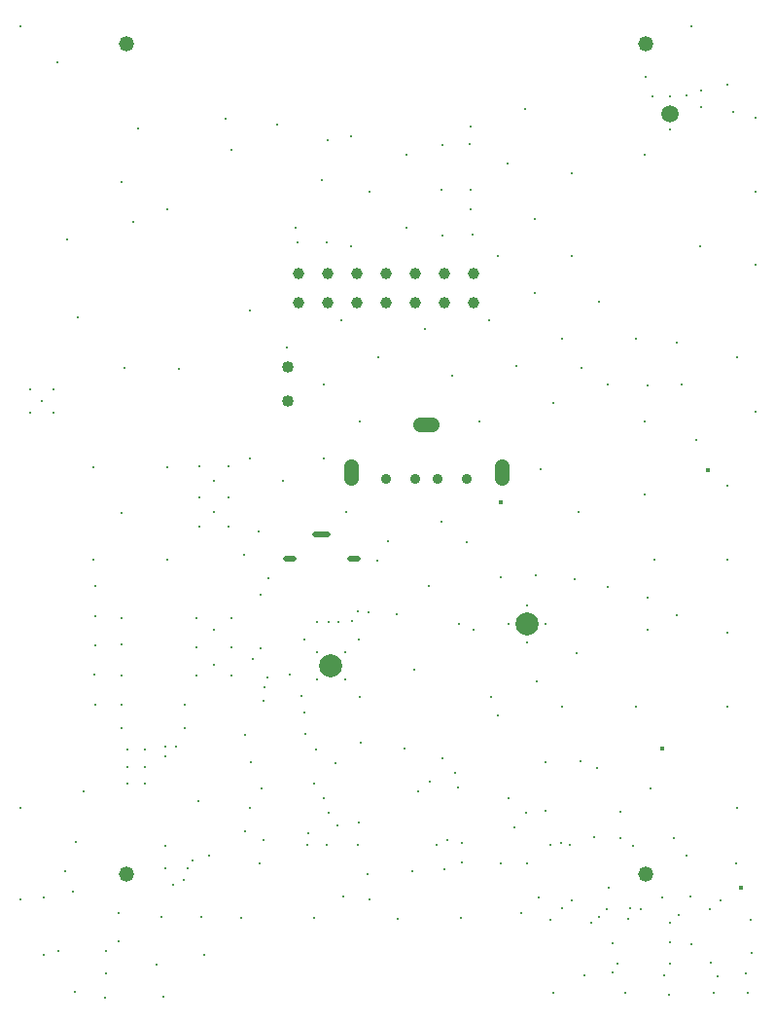
<source format=gbr>
%TF.GenerationSoftware,KiCad,Pcbnew,(5.1.6)-1*%
%TF.CreationDate,2022-04-22T11:55:32+02:00*%
%TF.ProjectId,ZumoComSystem,5a756d6f-436f-46d5-9379-7374656d2e6b,V1.0*%
%TF.SameCoordinates,Original*%
%TF.FileFunction,Plated,1,2,PTH,Mixed*%
%TF.FilePolarity,Positive*%
%FSLAX46Y46*%
G04 Gerber Fmt 4.6, Leading zero omitted, Abs format (unit mm)*
G04 Created by KiCad (PCBNEW (5.1.6)-1) date 2022-04-22 11:55:32*
%MOMM*%
%LPD*%
G01*
G04 APERTURE LIST*
%TA.AperFunction,ViaDrill*%
%ADD10C,0.300000*%
%TD*%
%TA.AperFunction,ViaDrill*%
%ADD11C,0.400000*%
%TD*%
G04 aperture for slot hole*
%TA.AperFunction,ComponentDrill*%
%ADD12C,0.500000*%
%TD*%
%TA.AperFunction,ComponentDrill*%
%ADD13C,0.900000*%
%TD*%
%TA.AperFunction,ComponentDrill*%
%ADD14C,1.000000*%
%TD*%
%TA.AperFunction,ComponentDrill*%
%ADD15C,1.020000*%
%TD*%
G04 aperture for slot hole*
%TA.AperFunction,ComponentDrill*%
%ADD16C,1.300000*%
%TD*%
%TA.AperFunction,ComponentDrill*%
%ADD17C,1.320000*%
%TD*%
%TA.AperFunction,ComponentDrill*%
%ADD18C,1.500000*%
%TD*%
%TA.AperFunction,ComponentDrill*%
%ADD19C,2.000000*%
%TD*%
G04 APERTURE END LIST*
D10*
X115141667Y-58947500D03*
X115141667Y-126947500D03*
X115141667Y-134947500D03*
X116000000Y-90600000D03*
X116000000Y-92600000D03*
X117000000Y-91600000D03*
X117200000Y-134800000D03*
X117200000Y-139800000D03*
X118000000Y-90600000D03*
X118000000Y-92600000D03*
X118341667Y-62147500D03*
X118430000Y-139410000D03*
X119025010Y-132497250D03*
X119250000Y-77500000D03*
X119750000Y-134250000D03*
X119941667Y-142947500D03*
X120000000Y-129900000D03*
X120130000Y-84300000D03*
X120700000Y-125500000D03*
X121541667Y-97347500D03*
X121541667Y-105347500D03*
X121600000Y-115400000D03*
X121700000Y-107700000D03*
X121700000Y-110300000D03*
X121700000Y-112800000D03*
X121700000Y-118000000D03*
X122500000Y-143500000D03*
X122600000Y-141400000D03*
X122617500Y-139392500D03*
X123680000Y-136150000D03*
X123700000Y-138600000D03*
X123941667Y-72547500D03*
X123941667Y-101347500D03*
X124000000Y-110500000D03*
X124000000Y-112750000D03*
X124000000Y-115500000D03*
X124000000Y-118000000D03*
X124000000Y-120000000D03*
X124250000Y-88710000D03*
X124500000Y-121900000D03*
X124500000Y-123400000D03*
X124500000Y-124900000D03*
X125000000Y-76000000D03*
X125420000Y-67890000D03*
X126000000Y-121900000D03*
X126000000Y-123400000D03*
X126000000Y-124900000D03*
X127000000Y-140600000D03*
X127400000Y-136500000D03*
X127600000Y-143400000D03*
X127749995Y-130249997D03*
X127750000Y-122500004D03*
X127750000Y-132250004D03*
X127780000Y-121650000D03*
X127941667Y-74947500D03*
X127941667Y-97347500D03*
X127941667Y-105347500D03*
X128463249Y-133674990D03*
X128699990Y-121654675D03*
X129000000Y-88820000D03*
X129400000Y-133200000D03*
X129500000Y-118000000D03*
X129500000Y-120000000D03*
X129700000Y-132200000D03*
X130150000Y-131520000D03*
X130500000Y-110500000D03*
X130500000Y-113000000D03*
X130500000Y-115500000D03*
X130650000Y-126390000D03*
X130750000Y-97250000D03*
X130750000Y-100000000D03*
X130750000Y-102500000D03*
X130900000Y-136500000D03*
X131141667Y-139747500D03*
X131563943Y-131140992D03*
X132000000Y-98500000D03*
X132000000Y-101250000D03*
X132000000Y-111500000D03*
X132000000Y-114500000D03*
X133000000Y-67000000D03*
X133250000Y-97250000D03*
X133250000Y-100000000D03*
X133250000Y-102500000D03*
X133500000Y-69750000D03*
X133500000Y-110500000D03*
X133500000Y-113000000D03*
X133500000Y-115500000D03*
X134341667Y-136547500D03*
X134600000Y-105000002D03*
X134700000Y-120600000D03*
X134750004Y-129000000D03*
X135141667Y-83747500D03*
X135141667Y-96547500D03*
X135141667Y-126947500D03*
X135250000Y-123000000D03*
X135420000Y-114030000D03*
X135941667Y-102947500D03*
X136020000Y-131830000D03*
X136049995Y-113050005D03*
X136100000Y-108400000D03*
X136150000Y-125320000D03*
X136300000Y-129750000D03*
X136325010Y-117700000D03*
X136400000Y-116500000D03*
X136700000Y-115600000D03*
X136750000Y-107000000D03*
X137500000Y-67500000D03*
X138000000Y-98500000D03*
X138341667Y-86947500D03*
X138574990Y-115400000D03*
X139141667Y-76547500D03*
X139300000Y-77800000D03*
X139600000Y-117200000D03*
X139900000Y-112300000D03*
X139900000Y-118700000D03*
X139941667Y-120547500D03*
X140174990Y-130225010D03*
X140200000Y-129200000D03*
X140730000Y-124840000D03*
X140741667Y-136547500D03*
X140900000Y-121900000D03*
X141000000Y-110800000D03*
X141000000Y-113400000D03*
X141000000Y-115800000D03*
X141400000Y-72330000D03*
X141541667Y-90147500D03*
X141541667Y-96547500D03*
X141600000Y-126100000D03*
X141800000Y-77800000D03*
X141800000Y-130200000D03*
X141900000Y-68900000D03*
X142000000Y-127400000D03*
X142025000Y-110800000D03*
X142600000Y-123100000D03*
X142800000Y-128500000D03*
X142875000Y-110800000D03*
X143141667Y-84547500D03*
X143300000Y-134700000D03*
X143400000Y-113400000D03*
X143400000Y-115800000D03*
X143500000Y-101250000D03*
X143941667Y-68547500D03*
X143941667Y-78147500D03*
X144000000Y-110700000D03*
X144500000Y-109900000D03*
X144560000Y-130170000D03*
X144600000Y-112300000D03*
X144620000Y-128250000D03*
X144741667Y-93347500D03*
X144741667Y-117347500D03*
X144800000Y-121300000D03*
X145400000Y-132700000D03*
X145500000Y-110000000D03*
X145541667Y-73347500D03*
X145541667Y-134947500D03*
X146249998Y-105499998D03*
X146341667Y-87747500D03*
X147141667Y-103747500D03*
X147941667Y-110147500D03*
X148000000Y-136600000D03*
X148620000Y-121800000D03*
X148741667Y-70147500D03*
X148741667Y-76547500D03*
X149310000Y-132520000D03*
X149441667Y-114947500D03*
X149749989Y-125550011D03*
X150341667Y-85347500D03*
X150700000Y-107700000D03*
X150800000Y-124699996D03*
X151400000Y-130200000D03*
X151800000Y-73200000D03*
X151841667Y-102047500D03*
X151900000Y-69300000D03*
X151900000Y-77200000D03*
X151900000Y-122700000D03*
X152060000Y-132310000D03*
X152300000Y-129799999D03*
X152741667Y-89347500D03*
X153000000Y-123900000D03*
X153240000Y-125240000D03*
X153380000Y-110989988D03*
X153541667Y-136547500D03*
X153580000Y-131750000D03*
X153630000Y-129990000D03*
X154000000Y-103900000D03*
X154300000Y-69200000D03*
X154341667Y-67747500D03*
X154341667Y-74947500D03*
X154400000Y-73200000D03*
X154500000Y-77100000D03*
X154600000Y-111500000D03*
X155141667Y-93347500D03*
X155941667Y-84547500D03*
X156099998Y-117300000D03*
X156741667Y-78947500D03*
X156741667Y-118947500D03*
X156980000Y-106880000D03*
X157000000Y-131800000D03*
X157541667Y-70947500D03*
X157700000Y-111000000D03*
X157700000Y-126100000D03*
X158180000Y-128640000D03*
X158341667Y-88547500D03*
X158800000Y-136100000D03*
X159141667Y-66147500D03*
X159180000Y-127390000D03*
X159300000Y-109400000D03*
X159300000Y-112600000D03*
X159300000Y-131800000D03*
X159941667Y-75747500D03*
X159941667Y-82147500D03*
X160000000Y-106700000D03*
X160110000Y-116000000D03*
X160300000Y-134800000D03*
X160500000Y-97500000D03*
X160900000Y-111000000D03*
X160900000Y-123000000D03*
X160900000Y-127200000D03*
X161300002Y-136700000D03*
X161300005Y-130200000D03*
X161541667Y-91747500D03*
X161600000Y-143100000D03*
X162200000Y-130000000D03*
X162299996Y-135700000D03*
X162341667Y-86147500D03*
X162341667Y-118147500D03*
X163000000Y-130200000D03*
X163141667Y-71747500D03*
X163141667Y-78947500D03*
X163200000Y-135000000D03*
X163400000Y-107100000D03*
X163600000Y-113500000D03*
X163800000Y-101200000D03*
X163941667Y-122947500D03*
X164000000Y-88700000D03*
X164250000Y-141500000D03*
X164834350Y-136943766D03*
X165100000Y-129500000D03*
X165380000Y-123480000D03*
X165500006Y-136499994D03*
X165541667Y-82947500D03*
X166250000Y-135750000D03*
X166341667Y-90147500D03*
X166341667Y-107747500D03*
X166400000Y-133900000D03*
X166735004Y-141275004D03*
X166749999Y-138750001D03*
X167141667Y-140547500D03*
X167400000Y-127300000D03*
X167400000Y-129600000D03*
X167800000Y-143100000D03*
X168100000Y-136600002D03*
X168280000Y-135730000D03*
X168500000Y-130300000D03*
X168741667Y-86147500D03*
X168741667Y-118147500D03*
X169200000Y-135800000D03*
X169541667Y-70147500D03*
X169541667Y-93347500D03*
X169541667Y-99747500D03*
X169600000Y-63400000D03*
X169750000Y-111500000D03*
X169800000Y-90200000D03*
X169800000Y-108700000D03*
X170040000Y-125310000D03*
X170200000Y-65100000D03*
X170341667Y-105347500D03*
X171000000Y-134800000D03*
X171250000Y-141500000D03*
X171600000Y-143200000D03*
X171700000Y-65100000D03*
X171700000Y-68000000D03*
X171700000Y-137000000D03*
X171700000Y-138700000D03*
X171760002Y-140530000D03*
X172054997Y-129579999D03*
X172300000Y-86500000D03*
X172300000Y-110200000D03*
X172500000Y-136250000D03*
X172741667Y-90147500D03*
X173200000Y-65040000D03*
X173200000Y-131100000D03*
X173500000Y-134700000D03*
X173541667Y-58947500D03*
X173600000Y-138800000D03*
X174000000Y-95000000D03*
X174341667Y-78147500D03*
X174400000Y-64600000D03*
X174400000Y-66000000D03*
X175200000Y-135800000D03*
X175262500Y-140462500D03*
X175500000Y-143100000D03*
X175900000Y-141600000D03*
X176150000Y-135000000D03*
X176741667Y-64100000D03*
X176741667Y-98947500D03*
X176741667Y-105347500D03*
X176741667Y-111747500D03*
X176741667Y-118147500D03*
X177200000Y-66400000D03*
X177470000Y-131840000D03*
X177541667Y-87747500D03*
X177541667Y-126947500D03*
X178341667Y-141347500D03*
X178500000Y-143100000D03*
X178739990Y-136750000D03*
X178799999Y-139600000D03*
X179141667Y-66947500D03*
X179141667Y-73347500D03*
X179141667Y-79747500D03*
X179141667Y-92547500D03*
D11*
X157000000Y-100400000D03*
X171040000Y-121830000D03*
X175000000Y-97600000D03*
X177900000Y-133899998D03*
D12*
%TO.C,J3*%
X138250000Y-105325000D02*
X138950000Y-105325000D01*
X140850000Y-103175000D02*
X141950000Y-103175000D01*
X143850000Y-105325000D02*
X144550000Y-105325000D01*
D13*
%TO.C,J1*%
X147000000Y-98400000D03*
X149500000Y-98400000D03*
X151500000Y-98400000D03*
X154000000Y-98400000D03*
D14*
%TO.C,J5*%
X139335000Y-80485000D03*
X139335000Y-83025000D03*
X141875000Y-80485000D03*
X141875000Y-83025000D03*
X144415000Y-80485000D03*
X144415000Y-83025000D03*
X146955000Y-80485000D03*
X146955000Y-83025000D03*
X149495000Y-80485000D03*
X149495000Y-83025000D03*
X152035000Y-80485000D03*
X152035000Y-83025000D03*
X154575000Y-80485000D03*
X154575000Y-83025000D03*
D15*
%TO.C,J2*%
X138460000Y-88610000D03*
X138460000Y-91610000D03*
D16*
%TO.C,J1*%
X143930000Y-97300000D02*
X143930000Y-98300000D01*
X151000000Y-93620000D02*
X150000000Y-93620000D01*
X157070000Y-98300000D02*
X157070000Y-97300000D01*
D17*
%TO.C,BT1*%
X124400000Y-60490000D03*
X124400000Y-132710000D03*
%TO.C,BT2*%
X169600000Y-60490000D03*
X169600000Y-132710000D03*
D18*
%TO.C,U2*%
X171700000Y-66600000D03*
D19*
%TO.C,U5*%
X142200000Y-114600000D03*
%TO.C,U3*%
X159300000Y-111000000D03*
M02*

</source>
